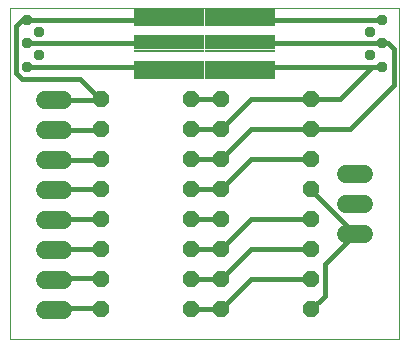
<source format=gtl>
G75*
%MOIN*%
%OFA0B0*%
%FSLAX24Y24*%
%IPPOS*%
%LPD*%
%AMOC8*
5,1,8,0,0,1.08239X$1,22.5*
%
%ADD10C,0.0000*%
%ADD11R,0.2362X0.0591*%
%ADD12R,0.2362X0.0079*%
%ADD13R,0.2382X0.0079*%
%ADD14R,0.2382X0.0394*%
%ADD15R,0.2362X0.0394*%
%ADD16C,0.0600*%
%ADD17OC8,0.0520*%
%ADD18C,0.0160*%
%ADD19C,0.0100*%
%ADD20OC8,0.0356*%
D10*
X000100Y000133D02*
X000100Y011169D01*
X013088Y011169D01*
X013088Y000133D01*
X000100Y000133D01*
D11*
X005415Y009090D03*
X005415Y010862D03*
X007769Y010862D03*
X007769Y009090D03*
D12*
X005415Y009740D03*
X005415Y010212D03*
D13*
X007779Y010212D03*
X007779Y009740D03*
D14*
X007779Y009976D03*
D15*
X005415Y009976D03*
D16*
X001888Y008082D02*
X001288Y008082D01*
X001288Y007082D02*
X001888Y007082D01*
X001888Y006082D02*
X001288Y006082D01*
X001288Y005082D02*
X001888Y005082D01*
X001888Y004082D02*
X001288Y004082D01*
X001288Y003082D02*
X001888Y003082D01*
X001888Y002082D02*
X001288Y002082D01*
X001288Y001082D02*
X001888Y001082D01*
X011300Y003633D02*
X011900Y003633D01*
X011900Y004633D02*
X011300Y004633D01*
X011300Y005633D02*
X011900Y005633D01*
D17*
X010151Y006122D03*
X010151Y007122D03*
X010151Y008122D03*
X007151Y008122D03*
X006151Y008122D03*
X006151Y007122D03*
X007151Y007122D03*
X007151Y006122D03*
X006151Y006122D03*
X006151Y005122D03*
X007151Y005122D03*
X007151Y004122D03*
X006151Y004122D03*
X006151Y003122D03*
X007151Y003122D03*
X007151Y002122D03*
X006151Y002122D03*
X006151Y001122D03*
X007151Y001122D03*
X010151Y001122D03*
X010151Y002122D03*
X010151Y003122D03*
X010151Y004122D03*
X010151Y005122D03*
X003151Y005122D03*
X003151Y006122D03*
X003151Y007122D03*
X003151Y008122D03*
X003151Y004122D03*
X003151Y003122D03*
X003151Y002122D03*
X003151Y001122D03*
D18*
X003120Y001153D02*
X001590Y001153D01*
X001590Y002143D02*
X003120Y002143D01*
X003120Y003133D02*
X001590Y003133D01*
X001590Y004123D02*
X003120Y004123D01*
X003120Y005113D02*
X001590Y005113D01*
X001590Y006103D02*
X003120Y006103D01*
X003120Y007093D02*
X001590Y007093D01*
X001590Y008083D02*
X003120Y008083D01*
X003100Y008133D02*
X002439Y008795D01*
X000494Y008795D01*
X000297Y008992D01*
X000297Y010566D01*
X000494Y010763D01*
X000887Y010763D02*
X004234Y010763D01*
X004234Y009976D02*
X000887Y009976D01*
X000887Y009188D02*
X004234Y009188D01*
X006151Y008122D02*
X007151Y008122D01*
X008151Y008122D02*
X007151Y007122D01*
X006151Y007122D01*
X006151Y006122D02*
X007151Y006122D01*
X008151Y007122D01*
X010151Y007122D01*
X010100Y007133D02*
X011431Y007133D01*
X012895Y008598D01*
X012895Y009779D01*
X012698Y009976D01*
X012305Y009976D02*
X008958Y009976D01*
X008958Y010763D02*
X012305Y010763D01*
X012305Y009188D02*
X008958Y009188D01*
X008151Y008122D02*
X010151Y008122D01*
X010100Y008133D02*
X011100Y008133D01*
X012100Y009133D01*
X010151Y006122D02*
X008151Y006122D01*
X007151Y005122D01*
X006151Y005122D01*
X006180Y004123D02*
X007080Y004123D01*
X007151Y003122D02*
X008151Y004122D01*
X010151Y004122D01*
X010151Y005082D02*
X011600Y003633D01*
X010600Y002633D01*
X010600Y001570D01*
X010151Y001122D01*
X010151Y002122D02*
X008151Y002122D01*
X007151Y001122D01*
X006151Y001122D01*
X006151Y002122D02*
X007151Y002122D01*
X008151Y003122D01*
X010151Y003122D01*
X007151Y003122D02*
X006151Y003122D01*
D19*
X006151Y004122D02*
X006180Y004123D01*
X003151Y004122D02*
X003120Y004123D01*
X003120Y003133D02*
X003151Y003122D01*
X003120Y002143D02*
X003151Y002122D01*
X003120Y001153D02*
X003151Y001122D01*
X001590Y001153D02*
X001588Y001082D01*
X001588Y002082D02*
X001590Y002143D01*
X001588Y003082D02*
X001590Y003133D01*
X001588Y004082D02*
X001590Y004123D01*
X001588Y005082D02*
X001590Y005113D01*
X001588Y006082D02*
X001590Y006103D01*
X001588Y007082D02*
X001590Y007093D01*
X001588Y008082D02*
X001590Y008083D01*
X003120Y008083D02*
X003151Y008122D01*
X003151Y007122D02*
X003120Y007093D01*
X003151Y006122D02*
X003120Y006103D01*
X003151Y005122D02*
X003120Y005113D01*
X010151Y005122D02*
X010151Y005082D01*
D20*
X012502Y009188D03*
X012108Y009582D03*
X012502Y009976D03*
X012108Y010370D03*
X012502Y010763D03*
X001084Y010370D03*
X000691Y010763D03*
X000691Y009976D03*
X001084Y009582D03*
X000691Y009188D03*
M02*

</source>
